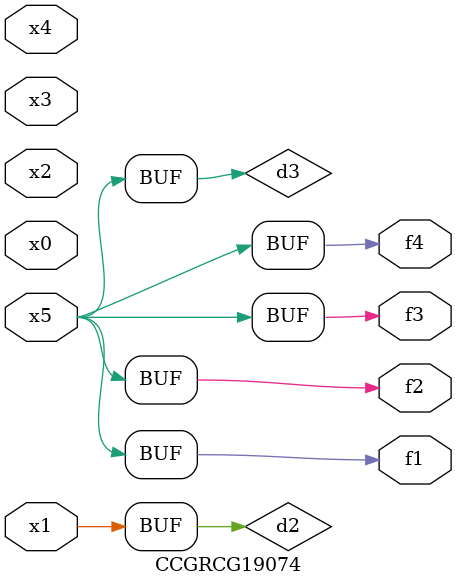
<source format=v>
module CCGRCG19074(
	input x0, x1, x2, x3, x4, x5,
	output f1, f2, f3, f4
);

	wire d1, d2, d3;

	not (d1, x5);
	or (d2, x1);
	xnor (d3, d1);
	assign f1 = d3;
	assign f2 = d3;
	assign f3 = d3;
	assign f4 = d3;
endmodule

</source>
